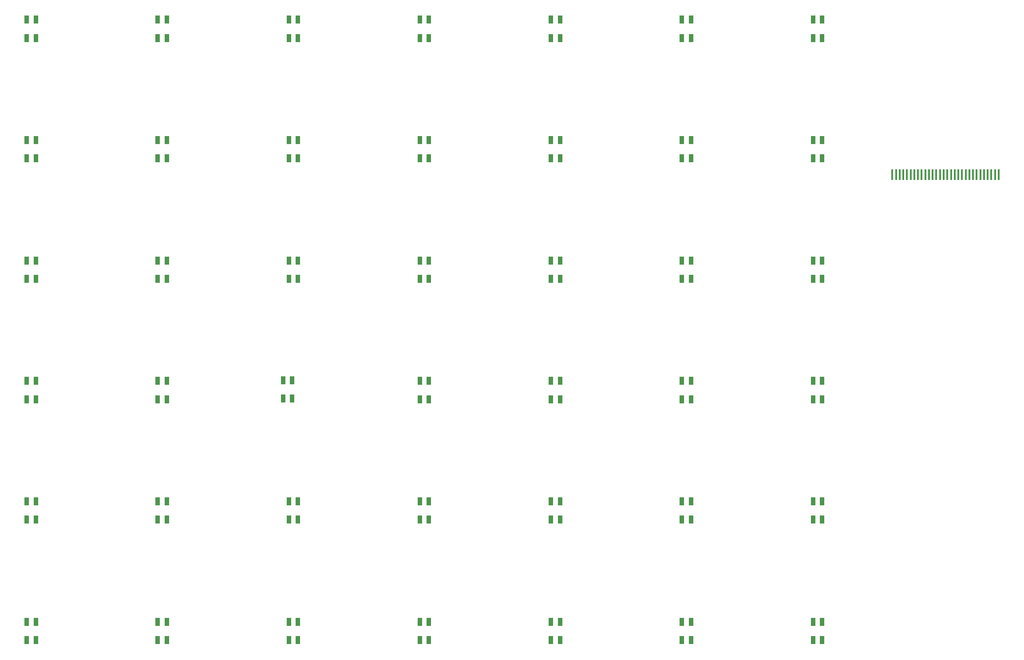
<source format=gtp>
G04 Layer: TopPasteMaskLayer*
G04 EasyEDA Pro v2.2.35.2, 2025-01-29 23:55:29*
G04 Gerber Generator version 0.3*
G04 Scale: 100 percent, Rotated: No, Reflected: No*
G04 Dimensions in millimeters*
G04 Leading zeros omitted, absolute positions, 4 integers and 5 decimals*
%FSLAX45Y45*%
%MOMM*%
%ADD10R,0.85X1.6*%
%ADD11R,0.4X2.0*%
G75*


G04 Pad Start*
G54D10*
G01X7243500Y-2985700D03*
G01X7068500Y-2985700D03*
G01X7068500Y-3335700D03*
G01X7243500Y-3335700D03*
G54D11*
G01X18581100Y-3644900D03*
G01X18651100Y-3644900D03*
G01X18721100Y-3644900D03*
G01X18791100Y-3644900D03*
G01X18861100Y-3644900D03*
G01X18931100Y-3644900D03*
G01X19001100Y-3644900D03*
G01X19071100Y-3644900D03*
G01X19141100Y-3644900D03*
G01X19211100Y-3644900D03*
G01X19281100Y-3644900D03*
G01X19351100Y-3644900D03*
G01X19421100Y-3644900D03*
G01X19491100Y-3644900D03*
G01X19561100Y-3644900D03*
G01X19631100Y-3644900D03*
G01X19701100Y-3644900D03*
G01X19771100Y-3644900D03*
G01X19841100Y-3644900D03*
G01X19911100Y-3644900D03*
G01X19981100Y-3644900D03*
G01X20051100Y-3644900D03*
G01X20121100Y-3644900D03*
G01X20191100Y-3644900D03*
G01X20261100Y-3644900D03*
G01X20331100Y-3644900D03*
G01X20401100Y-3644900D03*
G01X20471100Y-3644900D03*
G01X20541100Y-3644900D03*
G01X20611100Y-3644900D03*
G54D10*
G01X12243500Y-685700D03*
G01X12068500Y-685700D03*
G01X12068500Y-1035700D03*
G01X12243500Y-1035700D03*
G01X4743500Y-685700D03*
G01X4568500Y-685700D03*
G01X4568500Y-1035700D03*
G01X4743500Y-1035700D03*
G01X4743500Y-5285700D03*
G01X4568500Y-5285700D03*
G01X4568500Y-5635700D03*
G01X4743500Y-5635700D03*
G01X17243500Y-685700D03*
G01X17068500Y-685700D03*
G01X17068500Y-1035700D03*
G01X17243500Y-1035700D03*
G01X4743500Y-12185700D03*
G01X4568500Y-12185700D03*
G01X4568500Y-12535700D03*
G01X4743500Y-12535700D03*
G01X14743500Y-5285700D03*
G01X14568500Y-5285700D03*
G01X14568500Y-5635700D03*
G01X14743500Y-5635700D03*
G01X2243500Y-9885700D03*
G01X2068500Y-9885700D03*
G01X2068500Y-10235700D03*
G01X2243500Y-10235700D03*
G01X12243500Y-7585700D03*
G01X12068500Y-7585700D03*
G01X12068500Y-7935700D03*
G01X12243500Y-7935700D03*
G01X14743500Y-12185700D03*
G01X14568500Y-12185700D03*
G01X14568500Y-12535700D03*
G01X14743500Y-12535700D03*
G01X14743500Y-7585700D03*
G01X14568500Y-7585700D03*
G01X14568500Y-7935700D03*
G01X14743500Y-7935700D03*
G01X2243500Y-5285700D03*
G01X2068500Y-5285700D03*
G01X2068500Y-5635700D03*
G01X2243500Y-5635700D03*
G01X12243500Y-9885700D03*
G01X12068500Y-9885700D03*
G01X12068500Y-10235700D03*
G01X12243500Y-10235700D03*
G01X9743500Y-685700D03*
G01X9568500Y-685700D03*
G01X9568500Y-1035700D03*
G01X9743500Y-1035700D03*
G01X7243500Y-5285700D03*
G01X7068500Y-5285700D03*
G01X7068500Y-5635700D03*
G01X7243500Y-5635700D03*
G01X17243500Y-12185700D03*
G01X17068500Y-12185700D03*
G01X17068500Y-12535700D03*
G01X17243500Y-12535700D03*
G01X17243500Y-5285700D03*
G01X17068500Y-5285700D03*
G01X17068500Y-5635700D03*
G01X17243500Y-5635700D03*
G01X17243500Y-9885700D03*
G01X17068500Y-9885700D03*
G01X17068500Y-10235700D03*
G01X17243500Y-10235700D03*
G01X2243500Y-2985700D03*
G01X2068500Y-2985700D03*
G01X2068500Y-3335700D03*
G01X2243500Y-3335700D03*
G01X7243500Y-12185700D03*
G01X7068500Y-12185700D03*
G01X7068500Y-12535700D03*
G01X7243500Y-12535700D03*
G01X17243500Y-2985700D03*
G01X17068500Y-2985700D03*
G01X17068500Y-3335700D03*
G01X17243500Y-3335700D03*
G01X17243500Y-7585700D03*
G01X17068500Y-7585700D03*
G01X17068500Y-7935700D03*
G01X17243500Y-7935700D03*
G01X9743500Y-5285700D03*
G01X9568500Y-5285700D03*
G01X9568500Y-5635700D03*
G01X9743500Y-5635700D03*
G01X9743500Y-2985700D03*
G01X9568500Y-2985700D03*
G01X9568500Y-3335700D03*
G01X9743500Y-3335700D03*
G01X7243500Y-685700D03*
G01X7068500Y-685700D03*
G01X7068500Y-1035700D03*
G01X7243500Y-1035700D03*
G01X2243500Y-685700D03*
G01X2068500Y-685700D03*
G01X2068500Y-1035700D03*
G01X2243500Y-1035700D03*
G01X14743500Y-9885700D03*
G01X14568500Y-9885700D03*
G01X14568500Y-10235700D03*
G01X14743500Y-10235700D03*
G01X9743500Y-9885700D03*
G01X9568500Y-9885700D03*
G01X9568500Y-10235700D03*
G01X9743500Y-10235700D03*
G01X9743500Y-12185700D03*
G01X9568500Y-12185700D03*
G01X9568500Y-12535700D03*
G01X9743500Y-12535700D03*
G01X14743500Y-2985700D03*
G01X14568500Y-2985700D03*
G01X14568500Y-3335700D03*
G01X14743500Y-3335700D03*
G01X4743500Y-2985700D03*
G01X4568500Y-2985700D03*
G01X4568500Y-3335700D03*
G01X4743500Y-3335700D03*
G01X9743500Y-7585700D03*
G01X9568500Y-7585700D03*
G01X9568500Y-7935700D03*
G01X9743500Y-7935700D03*
G01X2243500Y-12185700D03*
G01X2068500Y-12185700D03*
G01X2068500Y-12535700D03*
G01X2243500Y-12535700D03*
G01X12243500Y-5285700D03*
G01X12068500Y-5285700D03*
G01X12068500Y-5635700D03*
G01X12243500Y-5635700D03*
G01X12243500Y-2985700D03*
G01X12068500Y-2985700D03*
G01X12068500Y-3335700D03*
G01X12243500Y-3335700D03*
G01X14743500Y-685700D03*
G01X14568500Y-685700D03*
G01X14568500Y-1035700D03*
G01X14743500Y-1035700D03*
G01X7136000Y-7572000D03*
G01X6961000Y-7572000D03*
G01X6961000Y-7922000D03*
G01X7136000Y-7922000D03*
G01X12243500Y-12185700D03*
G01X12068500Y-12185700D03*
G01X12068500Y-12535700D03*
G01X12243500Y-12535700D03*
G01X4743500Y-9885700D03*
G01X4568500Y-9885700D03*
G01X4568500Y-10235700D03*
G01X4743500Y-10235700D03*
G01X2243500Y-7585700D03*
G01X2068500Y-7585700D03*
G01X2068500Y-7935700D03*
G01X2243500Y-7935700D03*
G01X7243500Y-9885700D03*
G01X7068500Y-9885700D03*
G01X7068500Y-10235700D03*
G01X7243500Y-10235700D03*
G01X4743500Y-7585700D03*
G01X4568500Y-7585700D03*
G01X4568500Y-7935700D03*
G01X4743500Y-7935700D03*
G04 Pad End*

M02*


</source>
